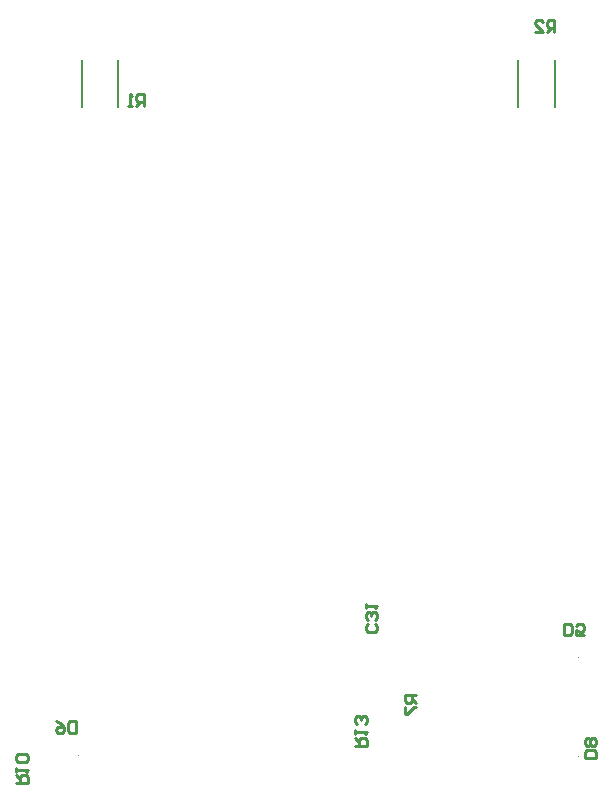
<source format=gbr>
G04*
G04 #@! TF.GenerationSoftware,Altium Limited,Altium Designer,24.6.1 (21)*
G04*
G04 Layer_Color=32896*
%FSLAX25Y25*%
%MOIN*%
G70*
G04*
G04 #@! TF.SameCoordinates,3E969972-8C0A-4DBC-9D31-E8772DB7AAD8*
G04*
G04*
G04 #@! TF.FilePolarity,Positive*
G04*
G01*
G75*
%ADD11C,0.00787*%
%ADD14C,0.01000*%
%ADD60C,0.00394*%
D11*
X274496Y419972D02*
Y435720D01*
X286504Y419973D02*
Y435720D01*
X432004Y419973D02*
Y435720D01*
X419996Y419973D02*
Y435720D01*
D14*
X385968Y224126D02*
X382032D01*
Y222158D01*
X382688Y221502D01*
X384000D01*
X384656Y222158D01*
Y224126D01*
Y222814D02*
X385968Y221502D01*
X382032Y220191D02*
Y217567D01*
X382688D01*
X385312Y220191D01*
X385968D01*
X365532Y207080D02*
X369468D01*
Y209048D01*
X368812Y209704D01*
X367500D01*
X366844Y209048D01*
Y207080D01*
Y208392D02*
X365532Y209704D01*
Y211016D02*
Y212328D01*
Y211672D01*
X369468D01*
X368812Y211016D01*
Y214296D02*
X369468Y214952D01*
Y216264D01*
X368812Y216920D01*
X368156D01*
X367500Y216264D01*
Y215608D01*
Y216264D01*
X366844Y216920D01*
X366188D01*
X365532Y216264D01*
Y214952D01*
X366188Y214296D01*
X372312Y247686D02*
X372968Y247030D01*
Y245718D01*
X372312Y245062D01*
X369688D01*
X369032Y245718D01*
Y247030D01*
X369688Y247686D01*
X372312Y248998D02*
X372968Y249654D01*
Y250965D01*
X372312Y251621D01*
X371656D01*
X371000Y250965D01*
Y250309D01*
Y250965D01*
X370344Y251621D01*
X369688D01*
X369032Y250965D01*
Y249654D01*
X369688Y248998D01*
X369032Y252933D02*
Y254245D01*
Y253589D01*
X372968D01*
X372312Y252933D01*
X252532Y194580D02*
X256468D01*
Y196548D01*
X255812Y197204D01*
X254500D01*
X253844Y196548D01*
Y194580D01*
Y195892D02*
X252532Y197204D01*
Y198516D02*
Y199828D01*
Y199172D01*
X256468D01*
X255812Y198516D01*
Y201796D02*
X256468Y202452D01*
Y203764D01*
X255812Y204420D01*
X253188D01*
X252532Y203764D01*
Y202452D01*
X253188Y201796D01*
X255812D01*
X445968Y203067D02*
X442032D01*
Y205034D01*
X442688Y205691D01*
X445312D01*
X445968Y205034D01*
Y203067D01*
X445312Y207002D02*
X445968Y207658D01*
Y208970D01*
X445312Y209626D01*
X444656D01*
X444000Y208970D01*
X443344Y209626D01*
X442688D01*
X442032Y208970D01*
Y207658D01*
X442688Y207002D01*
X443344D01*
X444000Y207658D01*
X444656Y207002D01*
X445312D01*
X444000Y207658D02*
Y208970D01*
X272500Y215336D02*
Y211400D01*
X270532D01*
X269876Y212056D01*
Y214680D01*
X270532Y215336D01*
X272500D01*
X265940D02*
X267252Y214680D01*
X268564Y213368D01*
Y212056D01*
X267908Y211400D01*
X266596D01*
X265940Y212056D01*
Y212712D01*
X266596Y213368D01*
X268564D01*
X435220Y243879D02*
Y247814D01*
X437188D01*
X437844Y247158D01*
Y244534D01*
X437188Y243879D01*
X435220D01*
X441780D02*
X439156D01*
Y245846D01*
X440468Y245191D01*
X441124D01*
X441780Y245846D01*
Y247158D01*
X441124Y247814D01*
X439812D01*
X439156Y247158D01*
X432000Y444946D02*
Y448882D01*
X430032D01*
X429376Y448226D01*
Y446914D01*
X430032Y446258D01*
X432000D01*
X430688D02*
X429376Y444946D01*
X425440D02*
X428064D01*
X425440Y447570D01*
Y448226D01*
X426096Y448882D01*
X427408D01*
X428064Y448226D01*
X295124Y420379D02*
Y424314D01*
X293156D01*
X292500Y423658D01*
Y422346D01*
X293156Y421691D01*
X295124D01*
X293812D02*
X292500Y420379D01*
X291188D02*
X289876D01*
X290532D01*
Y424314D01*
X291188Y423658D01*
D60*
X273264Y203847D02*
G03*
X273264Y203847I-197J0D01*
G01*
X440264Y203693D02*
G03*
X440264Y203693I-197J0D01*
G01*
Y236693D02*
G03*
X440264Y236693I-197J0D01*
G01*
M02*

</source>
